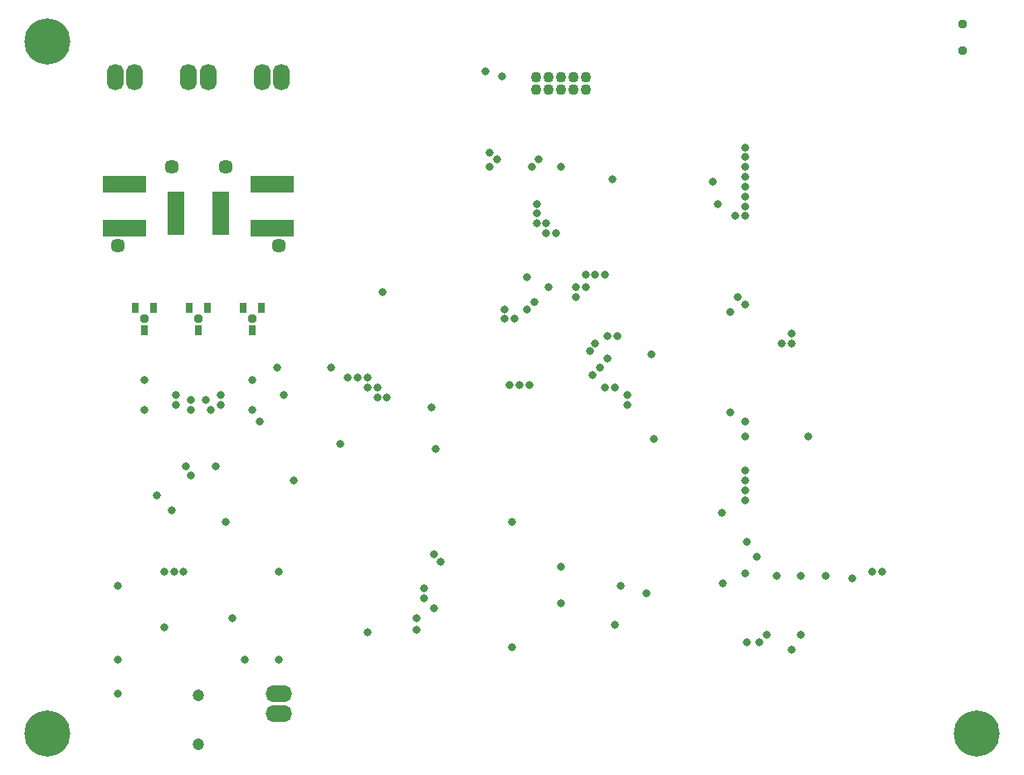
<source format=gbs>
G04 Layer_Color=16711935*
%FSLAX25Y25*%
%MOIN*%
G70*
G01*
G75*
%ADD124O,0.06706X0.10642*%
%ADD125C,0.18517*%
%ADD126C,0.04331*%
%ADD127O,0.10642X0.06706*%
%ADD128C,0.03162*%
%ADD129C,0.05721*%
%ADD130C,0.03753*%
%ADD131C,0.04737*%
%ADD132R,0.03162X0.04343*%
%ADD133R,0.17335X0.06706*%
%ADD134R,0.06706X0.17335*%
D124*
X-159449Y124606D02*
D03*
X-151575D02*
D03*
X-100394D02*
D03*
X-92520D02*
D03*
X-129921D02*
D03*
X-122047D02*
D03*
D125*
X186614Y-138976D02*
D03*
X-186614Y-138976D02*
D03*
Y138976D02*
D03*
D126*
X29685Y124685D02*
D03*
Y119685D02*
D03*
X24685Y124685D02*
D03*
Y119685D02*
D03*
X19685Y124685D02*
D03*
Y119685D02*
D03*
X14685Y124685D02*
D03*
Y119685D02*
D03*
X9685Y124685D02*
D03*
Y119685D02*
D03*
D127*
X-93504Y-130905D02*
D03*
Y-123031D02*
D03*
D128*
X112205Y21654D02*
D03*
Y17717D02*
D03*
X94488Y-102362D02*
D03*
X-35433Y-80709D02*
D03*
X-28543Y-69882D02*
D03*
X-31496Y-66929D02*
D03*
X14764Y40354D02*
D03*
X5906Y44291D02*
D03*
X17717Y62008D02*
D03*
X13780Y65945D02*
D03*
X43799Y-79724D02*
D03*
X-128937Y-35433D02*
D03*
X-136811Y-49213D02*
D03*
X6890Y984D02*
D03*
X-142717Y-43307D02*
D03*
X-119095Y-31496D02*
D03*
X-2953Y27559D02*
D03*
X-38386Y-92520D02*
D03*
X-3937Y125000D02*
D03*
X-104331Y-8858D02*
D03*
Y2953D02*
D03*
X-147638Y-8858D02*
D03*
Y2953D02*
D03*
X-121063Y-8858D02*
D03*
X-117126Y-6890D02*
D03*
Y-2953D02*
D03*
X-128937Y-4921D02*
D03*
Y-8858D02*
D03*
X-134843Y-6890D02*
D03*
Y-2953D02*
D03*
X-123032Y-4921D02*
D03*
X54134Y-82677D02*
D03*
X56102Y13287D02*
D03*
X-130905Y-31496D02*
D03*
X-101378Y-13780D02*
D03*
X984Y27559D02*
D03*
X-2953Y31496D02*
D03*
X2953Y984D02*
D03*
X-984D02*
D03*
X108268Y17717D02*
D03*
X41339Y0D02*
D03*
X37402Y0D02*
D03*
X32480Y4921D02*
D03*
X38386Y11811D02*
D03*
X35433Y7874D02*
D03*
X46260Y-6890D02*
D03*
X46260Y-2953D02*
D03*
X31496Y14764D02*
D03*
X33465Y17717D02*
D03*
X29528Y45276D02*
D03*
X33465D02*
D03*
X29528Y40354D02*
D03*
X25591D02*
D03*
X37402Y45276D02*
D03*
X25591Y36417D02*
D03*
X8858Y34449D02*
D03*
X5906Y31496D02*
D03*
X42323Y20669D02*
D03*
X38386D02*
D03*
X93504Y88583D02*
D03*
Y92520D02*
D03*
X-30512Y-24606D02*
D03*
X-32480Y-7874D02*
D03*
X-112205Y-92520D02*
D03*
X-139764Y-96457D02*
D03*
X-107283Y-109252D02*
D03*
X90551Y36417D02*
D03*
X93504Y33465D02*
D03*
X87598Y30512D02*
D03*
X-91535Y-2953D02*
D03*
X-50197Y-3937D02*
D03*
X-54134D02*
D03*
Y0D02*
D03*
X-58071D02*
D03*
Y3937D02*
D03*
X-62008D02*
D03*
X-65945D02*
D03*
X144685Y-73819D02*
D03*
X148622D02*
D03*
X116142Y-99410D02*
D03*
X84646Y-78740D02*
D03*
X125984Y-75787D02*
D03*
X98425Y-67913D02*
D03*
X106299Y-75787D02*
D03*
X116142D02*
D03*
X136811Y-76772D02*
D03*
X-38386Y-97441D02*
D03*
X-57972Y-98327D02*
D03*
X41339Y-95472D02*
D03*
X93504Y-74803D02*
D03*
X94488Y-62008D02*
D03*
X-87598Y-37402D02*
D03*
X102362Y-99410D02*
D03*
X112205Y-105315D02*
D03*
X99410Y-102362D02*
D03*
X-68898Y-22638D02*
D03*
X-35433Y-84646D02*
D03*
X-31496Y-88583D02*
D03*
X9843Y65945D02*
D03*
X13780Y62008D02*
D03*
X9843Y69882D02*
D03*
Y73819D02*
D03*
X10827Y91535D02*
D03*
X-5906D02*
D03*
X-8858Y88583D02*
D03*
X7874D02*
D03*
X-8858Y94488D02*
D03*
X19685Y88583D02*
D03*
X-135827Y-73819D02*
D03*
X-139764D02*
D03*
X-131890D02*
D03*
X-10827Y126969D02*
D03*
X57087Y-20669D02*
D03*
X0Y-104331D02*
D03*
Y-54134D02*
D03*
X40354Y83661D02*
D03*
X-93504Y-109252D02*
D03*
X-158465D02*
D03*
Y-123031D02*
D03*
Y-79724D02*
D03*
X19685Y-71850D02*
D03*
Y-86614D02*
D03*
X-52165Y38386D02*
D03*
X-93504Y-73819D02*
D03*
X-72835Y7874D02*
D03*
X-94488D02*
D03*
X-115157Y-54134D02*
D03*
X93504Y68898D02*
D03*
X89567D02*
D03*
X93504Y72835D02*
D03*
Y76772D02*
D03*
Y80709D02*
D03*
Y84646D02*
D03*
X82677Y73819D02*
D03*
X80709Y82677D02*
D03*
X93504Y-45276D02*
D03*
Y-41339D02*
D03*
Y-37402D02*
D03*
Y-33465D02*
D03*
Y-13780D02*
D03*
Y96457D02*
D03*
X87598Y-9843D02*
D03*
X93504Y-19685D02*
D03*
X119095D02*
D03*
X84400Y-50197D02*
D03*
D129*
X-115158Y88583D02*
D03*
X-136811D02*
D03*
X-158465Y57087D02*
D03*
X-93504D02*
D03*
D130*
X-104331Y27559D02*
D03*
X-147638D02*
D03*
X-125984D02*
D03*
X181102Y135335D02*
D03*
Y146161D02*
D03*
D131*
X-125984Y-123622D02*
D03*
Y-143307D02*
D03*
D132*
X-147638Y23031D02*
D03*
X-143898Y32087D02*
D03*
X-151378D02*
D03*
X-104331Y23031D02*
D03*
X-100591Y32087D02*
D03*
X-108071D02*
D03*
X-125984Y23032D02*
D03*
X-122244Y32087D02*
D03*
X-129725D02*
D03*
D133*
X-155512Y63976D02*
D03*
Y81693D02*
D03*
X-96457D02*
D03*
Y63976D02*
D03*
D134*
X-134843Y69882D02*
D03*
X-117126D02*
D03*
M02*

</source>
